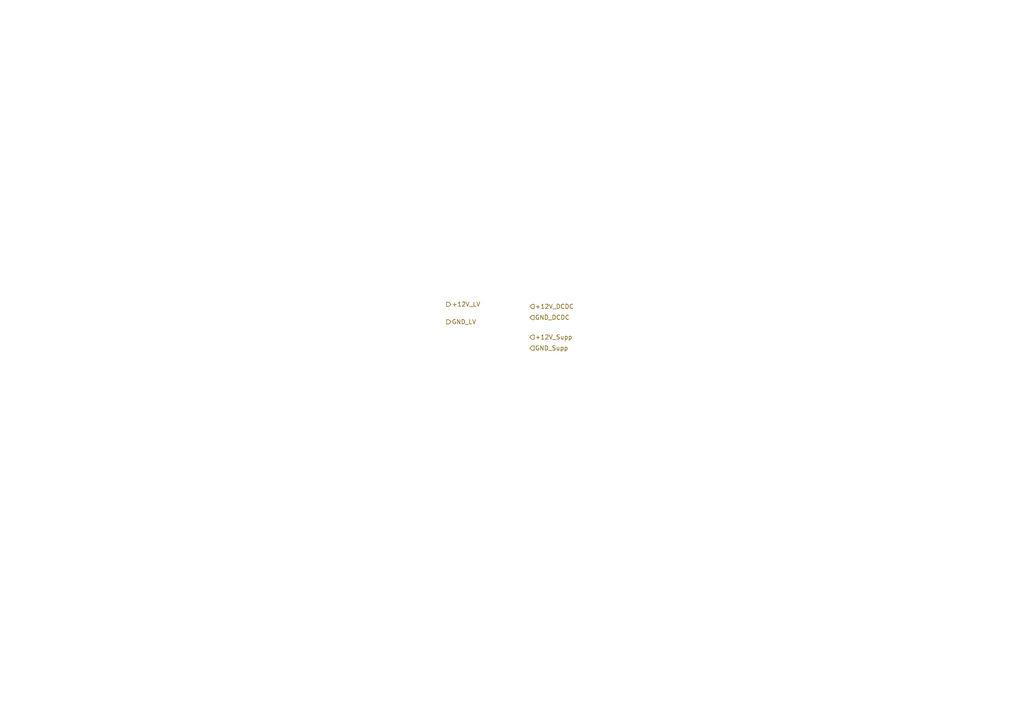
<source format=kicad_sch>
(kicad_sch
	(version 20231120)
	(generator "eeschema")
	(generator_version "8.0")
	(uuid "d9629fa3-27cd-44cb-bcd2-f4d7e4a9ca60")
	(paper "A4")
	(lib_symbols)
	(hierarchical_label "GND_DCDC"
		(shape input)
		(at 153.67 92.075 0)
		(fields_autoplaced yes)
		(effects
			(font
				(size 1.27 1.27)
			)
			(justify left)
		)
		(uuid "0abab228-b4b7-4e4e-9fc1-0347a2f680f8")
	)
	(hierarchical_label "GND_Supp"
		(shape input)
		(at 153.67 100.965 0)
		(fields_autoplaced yes)
		(effects
			(font
				(size 1.27 1.27)
			)
			(justify left)
		)
		(uuid "297e0e44-b4ac-43e4-8c5d-c1d06df8cd84")
	)
	(hierarchical_label "+12V_LV"
		(shape output)
		(at 129.54 88.265 0)
		(fields_autoplaced yes)
		(effects
			(font
				(size 1.27 1.27)
			)
			(justify left)
		)
		(uuid "420a7d0e-4283-4da4-ad7a-3e0e64564503")
	)
	(hierarchical_label "+12V_Supp"
		(shape input)
		(at 153.67 97.79 0)
		(fields_autoplaced yes)
		(effects
			(font
				(size 1.27 1.27)
			)
			(justify left)
		)
		(uuid "97eb530f-9258-4f3a-822e-356cec7599dd")
	)
	(hierarchical_label "GND_LV"
		(shape output)
		(at 129.54 93.345 0)
		(fields_autoplaced yes)
		(effects
			(font
				(size 1.27 1.27)
			)
			(justify left)
		)
		(uuid "a37ef51d-0301-4c5a-a149-5cc561464f41")
	)
	(hierarchical_label "+12V_DCDC"
		(shape input)
		(at 153.67 88.9 0)
		(fields_autoplaced yes)
		(effects
			(font
				(size 1.27 1.27)
			)
			(justify left)
		)
		(uuid "ce6d663b-ef1c-418d-9709-252268872e61")
	)
)
</source>
